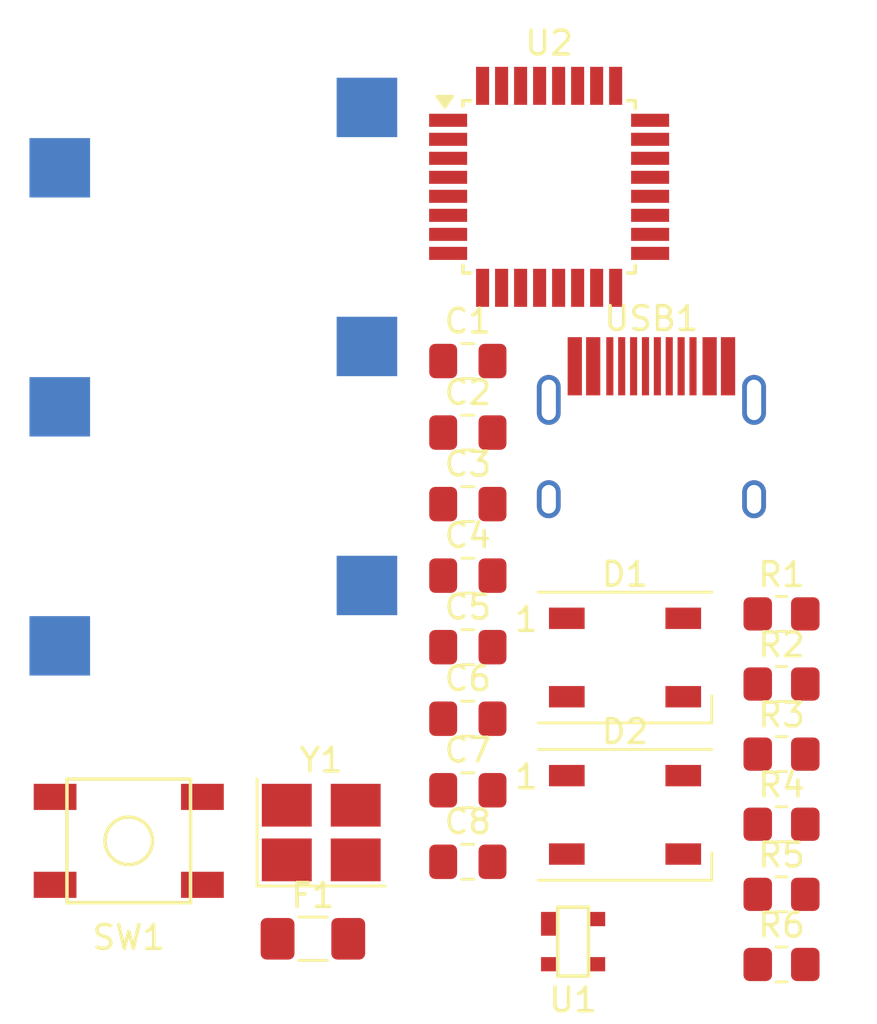
<source format=kicad_pcb>
(kicad_pcb (version 20240108) (generator "pcbnew") (generator_version "8.0")
  (layers (0 "F.Cu" signal) (31 "B.Cu" signal) (34 "B.Paste" user) (35 "F.Paste" user) (36 "B.SilkS" user "B.Silkscreen") (37 "F.SilkS" user "F.Silkscreen") (38 "B.Mask" user) (39 "F.Mask" user) (44 "Edge.Cuts" user))
  (net 0 "")
  (net 1 "+5V")
  (net 2 "GND")
  (net 3 "Net-(U2-UCAP)")
  (net 4 "XTAL1")
  (net 5 "XTAL2")
  (net 6 "Net-(D1-DOUT)")
  (net 7 "UNDERGLOWLED")
  (net 9 "VCC")
  (net 10 "COL0")
  (net 11 "COL1")
  (net 12 "COL2")
  (net 13 "D-")
  (net 14 "Net-(U2-D-)")
  (net 15 "Net-(U2-D+)")
  (net 16 "D+")
  (net 17 "Net-(U2-PC1{slash}~{RESET})")
  (net 18 "Net-(USB1-CC1)")
  (net 19 "Net-(USB1-CC2)")
  (net 20 "Net-(U2-~{HWB}{slash}PD7)")
  (footprint "Capacitor_SMD:C_0805_2012Metric_Pad1.18x1.45mm_HandSolder" (layer "F.Cu") (at 75.65 79.50875)
    (property "Reference" "C7" (at 0 -1.68 0) (layer "F.SilkS"))
    (property "Value" "0.1uF")
    (fp_line (start -0.261252 -0.735) (end 0.261252 -0.735) (stroke (width 0.12)) (layer "F.SilkS"))
    (fp_line (start -0.261252 0.735) (end 0.261252 0.735) (stroke (width 0.12)) (layer "F.SilkS"))
    (pad "1" smd roundrect (at -1.0375 0) (size 1.175 1.45) (layers "F.Cu" "F.Paste" "F.Mask") (roundrect_rratio 0.212766) (net 2 "GND"))
    (pad "2" smd roundrect (at 1.0375 0) (size 1.175 1.45) (layers "F.Cu" "F.Paste" "F.Mask") (roundrect_rratio 0.212766) (net 1 "+5V"))
  )
  (footprint "MX_Only:MXOnly-1U-Hotswap" (layer "F.Cu") (at 65.562 65.91465)
    (property "Reference" "MX2")
    (property "Value" "MX-NoLED")
    (pad "" np_thru_hole circle (at -5.08 0 48.0996) (size 1.75 1.75) (drill 1.75) (layers "*.Cu" "*.Mask"))
    (pad "" np_thru_hole circle (at -3.81 -2.54) (size 3 3) (drill 3) (layers "*.Cu" "*.Mask"))
    (pad "" np_thru_hole circle (at 0 0) (size 3.9878 3.9878) (drill 3.9878) (layers "*.Cu" "*.Mask"))
    (pad "" np_thru_hole circle (at 2.54 -5.08) (size 3 3) (drill 3) (layers "*.Cu" "*.Mask"))
    (pad "" np_thru_hole circle (at 5.08 0 48.0996) (size 1.75 1.75) (drill 1.75) (layers "*.Cu" "*.Mask"))
    (pad "1" smd rect (at -7.085 -2.54) (size 2.55 2.5) (layers "B.Cu" "B.Paste" "B.Mask") (net 11 "COL1"))
    (pad "2" smd rect (at 5.842 -5.08) (size 2.55 2.5) (layers "B.Cu" "B.Paste" "B.Mask") (net 2 "GND"))
  )
  (footprint "Resistor_SMD:R_0805_2012Metric_Pad1.20x1.40mm_HandSolder" (layer "F.Cu") (at 88.85 83.88875)
    (property "Reference" "R5" (at 0 -1.65 0) (layer "F.SilkS"))
    (property "Value" "5.1k")
    (fp_line (start -0.227064 -0.735) (end 0.227064 -0.735) (stroke (width 0.12)) (layer "F.SilkS"))
    (fp_line (start -0.227064 0.735) (end 0.227064 0.735) (stroke (width 0.12)) (layer "F.SilkS"))
    (pad "1" smd roundrect (at -1 0) (size 1.2 1.4) (layers "F.Cu" "F.Paste" "F.Mask") (roundrect_rratio 0.208333) (net 19 "Net-(USB1-CC2)"))
    (pad "2" smd roundrect (at 1 0) (size 1.2 1.4) (layers "F.Cu" "F.Paste" "F.Mask") (roundrect_rratio 0.208333) (net 2 "GND"))
  )
  (footprint "Fuse:Fuse_1206_3216Metric_Pad1.42x1.75mm_HandSolder" (layer "F.Cu") (at 69.13 85.75875)
    (property "Reference" "F1" (at 0 -1.82 0) (layer "F.SilkS"))
    (property "Value" "Polyfuse_Small")
    (fp_line (start -0.602064 -0.91) (end 0.602064 -0.91) (stroke (width 0.12)) (layer "F.SilkS"))
    (fp_line (start -0.602064 0.91) (end 0.602064 0.91) (stroke (width 0.12)) (layer "F.SilkS"))
    (pad "1" smd roundrect (at -1.4875 0) (size 1.425 1.75) (layers "F.Cu" "F.Paste" "F.Mask") (roundrect_rratio 0.175439) (net 9 "VCC"))
    (pad "2" smd roundrect (at 1.4875 0) (size 1.425 1.75) (layers "F.Cu" "F.Paste" "F.Mask") (roundrect_rratio 0.175439) (net 1 "+5V"))
  )
  (footprint "Resistor_SMD:R_0805_2012Metric_Pad1.20x1.40mm_HandSolder" (layer "F.Cu") (at 88.85 77.98875)
    (property "Reference" "R3" (at 0 -1.65 0) (layer "F.SilkS"))
    (property "Value" "10k")
    (fp_line (start -0.227064 -0.735) (end 0.227064 -0.735) (stroke (width 0.12)) (layer "F.SilkS"))
    (fp_line (start -0.227064 0.735) (end 0.227064 0.735) (stroke (width 0.12)) (layer "F.SilkS"))
    (pad "1" smd roundrect (at -1 0) (size 1.2 1.4) (layers "F.Cu" "F.Paste" "F.Mask") (roundrect_rratio 0.208333) (net 1 "+5V"))
    (pad "2" smd roundrect (at 1 0) (size 1.2 1.4) (layers "F.Cu" "F.Paste" "F.Mask") (roundrect_rratio 0.208333) (net 17 "Net-(U2-PC1{slash}~{RESET})"))
  )
  (footprint "Resistor_SMD:R_0805_2012Metric_Pad1.20x1.40mm_HandSolder" (layer "F.Cu") (at 88.85 75.03875)
    (property "Reference" "R2" (at 0 -1.65 0) (layer "F.SilkS"))
    (property "Value" "22")
    (fp_line (start -0.227064 -0.735) (end 0.227064 -0.735) (stroke (width 0.12)) (layer "F.SilkS"))
    (fp_line (start -0.227064 0.735) (end 0.227064 0.735) (stroke (width 0.12)) (layer "F.SilkS"))
    (pad "1" smd roundrect (at -1 0) (size 1.2 1.4) (layers "F.Cu" "F.Paste" "F.Mask") (roundrect_rratio 0.208333) (net 16 "D+"))
    (pad "2" smd roundrect (at 1 0) (size 1.2 1.4) (layers "F.Cu" "F.Paste" "F.Mask") (roundrect_rratio 0.208333) (net 15 "Net-(U2-D+)"))
  )
  (footprint "Crystal:Crystal_SMD_3225-4Pin_3.2x2.5mm_HandSoldering" (layer "F.Cu") (at 69.48 81.28875)
    (property "Reference" "Y1" (at 0 -3.05 0) (layer "F.SilkS"))
    (property "Value" "Crystal_GND24_Small")
    (fp_line (start -2.7 -2.25) (end -2.7 2.25) (stroke (width 0.12)) (layer "F.SilkS"))
    (fp_line (start -2.7 2.25) (end 2.7 2.25) (stroke (width 0.12)) (layer "F.SilkS"))
    (pad "1" smd rect (at -1.45 1.15) (size 2.1 1.8) (layers "F.Cu" "F.Paste" "F.Mask") (net 5 "XTAL2"))
    (pad "2" smd rect (at 1.45 1.15) (size 2.1 1.8) (layers "F.Cu" "F.Paste" "F.Mask") (net 2 "GND"))
    (pad "3" smd rect (at 1.45 -1.15) (size 2.1 1.8) (layers "F.Cu" "F.Paste" "F.Mask") (net 4 "XTAL1"))
    (pad "4" smd rect (at -1.45 -1.15) (size 2.1 1.8) (layers "F.Cu" "F.Paste" "F.Mask") (net 2 "GND"))
  )
  (footprint "Resistor_SMD:R_0805_2012Metric_Pad1.20x1.40mm_HandSolder" (layer "F.Cu") (at 88.85 72.08875)
    (property "Reference" "R1" (at 0 -1.65 0) (layer "F.SilkS"))
    (property "Value" "22")
    (fp_line (start -0.227064 -0.735) (end 0.227064 -0.735) (stroke (width 0.12)) (layer "F.SilkS"))
    (fp_line (start -0.227064 0.735) (end 0.227064 0.735) (stroke (width 0.12)) (layer "F.SilkS"))
    (pad "1" smd roundrect (at -1 0) (size 1.2 1.4) (layers "F.Cu" "F.Paste" "F.Mask") (roundrect_rratio 0.208333) (net 13 "D-"))
    (pad "2" smd roundrect (at 1 0) (size 1.2 1.4) (layers "F.Cu" "F.Paste" "F.Mask") (roundrect_rratio 0.208333) (net 14 "Net-(U2-D-)"))
  )
  (footprint "Capacitor_SMD:C_0805_2012Metric_Pad1.18x1.45mm_HandSolder" (layer "F.Cu") (at 75.65 64.45875)
    (property "Reference" "C2" (at 0 -1.68 0) (layer "F.SilkS"))
    (property "Value" "0.1uF")
    (fp_line (start -0.261252 -0.735) (end 0.261252 -0.735) (stroke (width 0.12)) (layer "F.SilkS"))
    (fp_line (start -0.261252 0.735) (end 0.261252 0.735) (stroke (width 0.12)) (layer "F.SilkS"))
    (pad "1" smd roundrect (at -1.0375 0) (size 1.175 1.45) (layers "F.Cu" "F.Paste" "F.Mask") (roundrect_rratio 0.212766) (net 1 "+5V"))
    (pad "2" smd roundrect (at 1.0375 0) (size 1.175 1.45) (layers "F.Cu" "F.Paste" "F.Mask") (roundrect_rratio 0.212766) (net 2 "GND"))
  )
  (footprint "Capacitor_SMD:C_0805_2012Metric_Pad1.18x1.45mm_HandSolder" (layer "F.Cu") (at 75.65 70.47875)
    (property "Reference" "C4" (at 0 -1.68 0) (layer "F.SilkS"))
    (property "Value" "10uF")
    (fp_line (start -0.261252 -0.735) (end 0.261252 -0.735) (stroke (width 0.12)) (layer "F.SilkS"))
    (fp_line (start -0.261252 0.735) (end 0.261252 0.735) (stroke (width 0.12)) (layer "F.SilkS"))
    (pad "1" smd roundrect (at -1.0375 0) (size 1.175 1.45) (layers "F.Cu" "F.Paste" "F.Mask") (roundrect_rratio 0.212766) (net 1 "+5V"))
    (pad "2" smd roundrect (at 1.0375 0) (size 1.175 1.45) (layers "F.Cu" "F.Paste" "F.Mask") (roundrect_rratio 0.212766) (net 2 "GND"))
  )
  (footprint "Capacitor_SMD:C_0805_2012Metric_Pad1.18x1.45mm_HandSolder" (layer "F.Cu") (at 75.65 61.44875)
    (property "Reference" "C1" (at 0 -1.68 0) (layer "F.SilkS"))
    (property "Value" "0.1uF")
    (fp_line (start -0.261252 -0.735) (end 0.261252 -0.735) (stroke (width 0.12)) (layer "F.SilkS"))
    (fp_line (start -0.261252 0.735) (end 0.261252 0.735) (stroke (width 0.12)) (layer "F.SilkS"))
    (pad "1" smd roundrect (at -1.0375 0) (size 1.175 1.45) (layers "F.Cu" "F.Paste" "F.Mask") (roundrect_rratio 0.212766) (net 1 "+5V"))
    (pad "2" smd roundrect (at 1.0375 0) (size 1.175 1.45) (layers "F.Cu" "F.Paste" "F.Mask") (roundrect_rratio 0.212766) (net 2 "GND"))
  )
  (footprint "random-keyboard-parts:SOT143B" (layer "F.Cu") (at 80.08 85.87875)
    (property "Reference" "U1" (at 0 2.45 0) (layer "F.SilkS"))
    (property "Value" "PRTR5V0U2X")
    (fp_line (start -0.65 -1.45) (end -0.65 1.45) (stroke (width 0.15)) (layer "F.SilkS"))
    (fp_line (start -0.65 1.45) (end 0.65 1.45) (stroke (width 0.15)) (layer "F.SilkS"))
    (fp_line (start 0.65 -1.45) (end -0.65 -1.45) (stroke (width 0.15)) (layer "F.SilkS"))
    (fp_line (start 0.65 -1.45) (end 0.65 1.45) (stroke (width 0.15)) (layer "F.SilkS"))
    (pad "1" smd rect (at -1 -0.75 270) (size 1 0.7) (layers "F.Cu" "F.Paste" "F.Mask") (net 2 "GND"))
    (pad "2" smd rect (at -1 0.95 270) (size 0.6 0.7) (layers "F.Cu" "F.Paste" "F.Mask") (net 16 "D+"))
    (pad "3" smd rect (at 1 0.95 270) (size 0.6 0.7) (layers "F.Cu" "F.Paste" "F.Mask") (net 13 "D-"))
    (pad "4" smd rect (at 1 -0.95 270) (size 0.6 0.7) (layers "F.Cu" "F.Paste" "F.Mask") (net 9 "VCC"))
  )
  (footprint "MX_Only:MXOnly-1U-Hotswap" (layer "F.Cu") (at 65.562 75.97205)
    (property "Reference" "MX3")
    (property "Value" "MX-NoLED")
    (pad "" np_thru_hole circle (at -5.08 0 48.0996) (size 1.75 1.75) (drill 1.75) (layers "*.Cu" "*.Mask"))
    (pad "" np_thru_hole circle (at -3.81 -2.54) (size 3 3) (drill 3) (layers "*.Cu" "*.Mask"))
    (pad "" np_thru_hole circle (at 0 0) (size 3.9878 3.9878) (drill 3.9878) (layers "*.Cu" "*.Mask"))
    (pad "" np_thru_hole circle (at 2.54 -5.08) (size 3 3) (drill 3) (layers "*.Cu" "*.Mask"))
    (pad "" np_thru_hole circle (at 5.08 0 48.0996) (size 1.75 1.75) (drill 1.75) (layers "*.Cu" "*.Mask"))
    (pad "1" smd rect (at -7.085 -2.54) (size 2.55 2.5) (layers "B.Cu" "B.Paste" "B.Mask") (net 12 "COL2"))
    (pad "2" smd rect (at 5.842 -5.08) (size 2.55 2.5) (layers "B.Cu" "B.Paste" "B.Mask") (net 2 "GND"))
  )
  (footprint "LED_SMD:LED_WS2812B_PLCC4_5.0x5.0mm_P3.2mm" (layer "F.Cu") (at 82.265 80.54375)
    (property "Reference" "D2" (at 0 -3.5 0) (layer "F.SilkS"))
    (property "Value" "WS2812B")
    (fp_line (start -3.65 -2.75) (end 3.65 -2.75) (stroke (width 0.12)) (layer "F.SilkS"))
    (fp_line (start -3.65 2.75) (end 3.65 2.75) (stroke (width 0.12)) (layer "F.SilkS"))
    (fp_line (start 3.65 2.75) (end 3.65 1.6) (stroke (width 0.12)) (layer "F.SilkS"))
    (fp_text user "1" (at -4.15 -1.6 0) (layer "F.SilkS"))
    (pad "1" smd rect (at -2.45 -1.65) (size 1.5 0.9) (layers "F.Cu" "F.Paste" "F.Mask") (net 1 "+5V"))
    (pad "2" smd rect (at -2.45 1.65) (size 1.5 0.9) (layers "F.Cu" "F.Paste" "F.Mask"))
    (pad "3" smd rect (at 2.45 1.65) (size 1.5 0.9) (layers "F.Cu" "F.Paste" "F.Mask") (net 2 "GND"))
    (pad "4" smd rect (at 2.45 -1.65) (size 1.5 0.9) (layers "F.Cu" "F.Paste" "F.Mask") (net 6 "Net-(D1-DOUT)"))
  )
  (footprint "random-keyboard-parts:SKQGADE010" (layer "F.Cu") (at 61.38 81.63875)
    (property "Reference" "SW1" (at 0 4.064 0) (layer "F.SilkS"))
    (property "Value" "SW_Push")
    (fp_line (start -2.6 -2.6) (end 2.6 -2.6) (stroke (width 0.15)) (layer "F.SilkS"))
    (fp_line (start -2.6 2.6) (end -2.6 -2.6) (stroke (width 0.15)) (layer "F.SilkS"))
    (fp_line (start 2.6 -2.6) (end 2.6 2.6) (stroke (width 0.15)) (layer "F.SilkS"))
    (fp_line (start 2.6 2.6) (end -2.6 2.6) (stroke (width 0.15)) (layer "F.SilkS"))
    (fp_circle (center 0 0) (end 1 0) (stroke (width 0.15)) (fill none) (layer "F.SilkS"))
    (pad "1" smd rect (at 3.1 1.85) (size 1.8 1.1) (layers "F.Cu" "F.Paste" "F.Mask") (net 2 "GND"))
    (pad "2" smd rect (at -3.1 -1.85) (size 1.8 1.1) (layers "F.Cu" "F.Paste" "F.Mask") (net 17 "Net-(U2-PC1{slash}~{RESET})"))
    (pad "3" smd rect (at 3.1 -1.85) (size 1.8 1.1) (layers "F.Cu" "F.Paste" "F.Mask"))
    (pad "4" smd rect (at -3.1 1.85) (size 1.8 1.1) (layers "F.Cu" "F.Paste" "F.Mask"))
  )
  (footprint "Resistor_SMD:R_0805_2012Metric_Pad1.20x1.40mm_HandSolder" (layer "F.Cu") (at 88.85 80.93875)
    (property "Reference" "R4" (at 0 -1.65 0) (layer "F.SilkS"))
    (property "Value" "5.1k")
    (fp_line (start -0.227064 -0.735) (end 0.227064 -0.735) (stroke (width 0.12)) (layer "F.SilkS"))
    (fp_line (start -0.227064 0.735) (end 0.227064 0.735) (stroke (width 0.12)) (layer "F.SilkS"))
    (pad "1" smd roundrect (at -1 0) (size 1.2 1.4) (layers "F.Cu" "F.Paste" "F.Mask") (roundrect_rratio 0.208333) (net 18 "Net-(USB1-CC1)"))
    (pad "2" smd roundrect (at 1 0) (size 1.2 1.4) (layers "F.Cu" "F.Paste" "F.Mask") (roundrect_rratio 0.208333) (net 2 "GND"))
  )
  (footprint "LED_SMD:LED_WS2812B_PLCC4_5.0x5.0mm_P3.2mm" (layer "F.Cu") (at 82.265 73.92375)
    (property "Reference" "D1" (at 0 -3.5 0) (layer "F.SilkS"))
    (property "Value" "WS2812B")
    (fp_line (start -3.65 -2.75) (end 3.65 -2.75) (stroke (width 0.12)) (layer "F.SilkS"))
    (fp_line (start -3.65 2.75) (end 3.65 2.75) (stroke (width 0.12)) (layer "F.SilkS"))
    (fp_line (start 3.65 2.75) (end 3.65 1.6) (stroke (width 0.12)) (layer "F.SilkS"))
    (fp_text user "1" (at -4.15 -1.6 0) (layer "F.SilkS"))
    (pad "1" smd rect (at -2.45 -1.65) (size 1.5 0.9) (layers "F.Cu" "F.Paste" "F.Mask") (net 1 "+5V"))
    (pad "2" smd rect (at -2.45 1.65) (size 1.5 0.9) (layers "F.Cu" "F.Paste" "F.Mask") (net 6 "Net-(D1-DOUT)"))
    (pad "3" smd rect (at 2.45 1.65) (size 1.5 0.9) (layers "F.Cu" "F.Paste" "F.Mask") (net 2 "GND"))
    (pad "4" smd rect (at 2.45 -1.65) (size 1.5 0.9) (layers "F.Cu" "F.Paste" "F.Mask") (net 7 "UNDERGLOWLED"))
  )
  (footprint "MX_Only:MXOnly-1U-Hotswap" (layer "F.Cu") (at 65.562 55.85725)
    (property "Reference" "MX1")
    (property "Value" "MX-NoLED")
    (pad "" np_thru_hole circle (at -5.08 0 48.0996) (size 1.75 1.75) (drill 1.75) (layers "*.Cu" "*.Mask"))
    (pad "" np_thru_hole circle (at -3.81 -2.54) (size 3 3) (drill 3) (layers "*.Cu" "*.Mask"))
    (pad "" np_thru_hole circle (at 0 0) (size 3.9878 3.9878) (drill 3.9878) (layers "*.Cu" "*.Mask"))
    (pad "" np_thru_hole circle (at 2.54 -5.08) (size 3 3) (drill 3) (layers "*.Cu" "*.Mask"))
    (pad "" np_thru_hole circle (at 5.08 0 48.0996) (size 1.75 1.75) (drill 1.75) (layers "*.Cu" "*.Mask"))
    (pad "1" smd rect (at -7.085 -2.54) (size 2.55 2.5) (layers "B.Cu" "B.Paste" "B.Mask") (net 10 "COL0"))
    (pad "2" smd rect (at 5.842 -5.08) (size 2.55 2.5) (layers "B.Cu" "B.Paste" "B.Mask") (net 2 "GND"))
  )
  (footprint "Resistor_SMD:R_0805_2012Metric_Pad1.20x1.40mm_HandSolder" (layer "F.Cu") (at 88.85 86.83875)
    (property "Reference" "R6" (at 0 -1.65 0) (layer "F.SilkS"))
    (property "Value" "10k")
    (fp_line (start -0.227064 -0.735) (end 0.227064 -0.735) (stroke (width 0.12)) (layer "F.SilkS"))
    (fp_line (start -0.227064 0.735) (end 0.227064 0.735) (stroke (width 0.12)) (layer "F.SilkS"))
    (pad "1" smd roundrect (at -1 0) (size 1.2 1.4) (layers "F.Cu" "F.Paste" "F.Mask") (roundrect_rratio 0.208333) (net 20 "Net-(U2-~{HWB}{slash}PD7)"))
    (pad "2" smd roundrect (at 1 0) (size 1.2 1.4) (layers "F.Cu" "F.Paste" "F.Mask") (roundrect_rratio 0.208333) (net 2 "GND"))
  )
  (footprint "Capacitor_SMD:C_0805_2012Metric_Pad1.18x1.45mm_HandSolder" (layer "F.Cu") (at 75.65 76.49875)
    (property "Reference" "C6" (at 0 -1.68 0) (layer "F.SilkS"))
    (property "Value" "14pF")
    (fp_line (start -0.261252 -0.735) (end 0.261252 -0.735) (stroke (width 0.12)) (layer "F.SilkS"))
    (fp_line (start -0.261252 0.735) (end 0.261252 0.735) (stroke (width 0.12)) (layer "F.SilkS"))
    (pad "1" smd roundrect (at -1.0375 0) (size 1.175 1.45) (layers "F.Cu" "F.Paste" "F.Mask") (roundrect_rratio 0.212766) (net 2 "GND"))
    (pad "2" smd roundrect (at 1.0375 0) (size 1.175 1.45) (layers "F.Cu" "F.Paste" "F.Mask") (roundrect_rratio 0.212766) (net 5 "XTAL2"))
  )
  (footprint "Package_QFP:TQFP-32_7x7mm_P0.8mm" (layer "F.Cu") (at 79.07 54.11875)
    (property "Reference" "U2" (at 0 -6.05 0) (layer "F.SilkS"))
    (property "Value" "ATmega32U2-A")
    (fp_line (start -3.625 -3.625) (end -3.625 -3.4) (stroke (width 0.15)) (layer "F.SilkS"))
    (fp_line (start -3.625 -3.625) (end -3.3 -3.625) (stroke (width 0.15)) (layer "F.SilkS"))
    (fp_line (start -3.625 3.625) (end -3.625 3.3) (stroke (width 0.15)) (layer "F.SilkS"))
    (fp_line (start -3.625 3.625) (end -3.3 3.625) (stroke (width 0.15)) (layer "F.SilkS"))
    (fp_line (start 3.625 -3.625) (end 3.3 -3.625) (stroke (width 0.15)) (layer "F.SilkS"))
    (fp_line (start 3.625 -3.625) (end 3.625 -3.3) (stroke (width 0.15)) (layer "F.SilkS"))
    (fp_line (start 3.625 3.625) (end 3.3 3.625) (stroke (width 0.15)) (layer "F.SilkS"))
    (fp_line (start 3.625 3.625) (end 3.625 3.3) (stroke (width 0.15)) (layer "F.SilkS"))
    (fp_poly (pts (xy -4.39 -3.34) (xy -4.73 -3.81) (xy -4.05 -3.81) (xy -4.39 -3.34)) (stroke (width 0.12)) (fill solid) (layer "F.SilkS"))
    (pad "1" smd rect (at -4.25 -2.8) (size 1.6 0.55) (layers "F.Cu" "F.Paste" "F.Mask") (net 4 "XTAL1"))
    (pad "2" smd rect (at -4.25 -2) (size 1.6 0.55) (layers "F.Cu" "F.Paste" "F.Mask") (net 5 "XTAL2"))
    (pad "3" smd rect (at -4.25 -1.2) (size 1.6 0.55) (layers "F.Cu" "F.Paste" "F.Mask") (net 2 "GND"))
    (pad "4" smd rect (at -4.25 -0.4) (size 1.6 0.55) (layers "F.Cu" "F.Paste" "F.Mask") (net 1 "+5V"))
    (pad "5" smd rect (at -4.25 0.4) (size 1.6 0.55) (layers "F.Cu" "F.Paste" "F.Mask"))
    (pad "6" smd rect (at -4.25 1.2) (size 1.6 0.55) (layers "F.Cu" "F.Paste" "F.Mask"))
    (pad "7" smd rect (at -4.25 2) (size 1.6 0.55) (layers "F.Cu" "F.Paste" "F.Mask"))
    (pad "8" smd rect (at -4.25 2.8) (size 1.6 0.55) (layers "F.Cu" "F.Paste" "F.Mask"))
    (pad "9" smd rect (at -2.8 4.25 90) (size 1.6 0.55) (layers "F.Cu" "F.Paste" "F.Mask"))
    (pad "10" smd rect (at -2 4.25 90) (size 1.6 0.55) (layers "F.Cu" "F.Paste" "F.Mask"))
    (pad "11" smd rect (at -1.2 4.25 90) (size 1.6 0.55) (layers "F.Cu" "F.Paste" "F.Mask"))
    (pad "12" smd rect (at -0.4 4.25 90) (size 1.6 0.55) (layers "F.Cu" "F.Paste" "F.Mask"))
    (pad "13" smd rect (at 0.4 4.25 90) (size 1.6 0.55) (layers "F.Cu" "F.Paste" "F.Mask") (net 20 "Net-(U2-~{HWB}{slash}PD7)"))
    (pad "14" smd rect (at 1.2 4.25 90) (size 1.6 0.55) (layers "F.Cu" "F.Paste" "F.Mask"))
    (pad "15" smd rect (at 2 4.25 90) (size 1.6 0.55) (layers "F.Cu" "F.Paste" "F.Mask"))
    (pad "16" smd rect (at 2.8 4.25 90) (size 1.6 0.55) (layers "F.Cu" "F.Paste" "F.Mask"))
    (pad "17" smd rect (at 4.25 2.8) (size 1.6 0.55) (layers "F.Cu" "F.Paste" "F.Mask") (net 7 "UNDERGLOWLED"))
    (pad "18" smd rect (at 4.25 2) (size 1.6 0.55) (layers "F.Cu" "F.Paste" "F.Mask"))
    (pad "19" smd rect (at 4.25 1.2) (size 1.6 0.55) (layers "F.Cu" "F.Paste" "F.Mask"))
    (pad "20" smd rect (at 4.25 0.4) (size 1.6 0.55) (layers "F.Cu" "F.Paste" "F.Mask"))
    (pad "21" smd rect (at 4.25 -0.4) (size 1.6 0.55) (layers "F.Cu" "F.Paste" "F.Mask") (net 12 "COL2"))
    (pad "22" smd rect (at 4.25 -1.2) (size 1.6 0.55) (layers "F.Cu" "F.Paste" "F.Mask") (net 11 "COL1"))
    (pad "23" smd rect (at 4.25 -2) (size 1.6 0.55) (layers "F.Cu" "F.Paste" "F.Mask") (net 10 "COL0"))
    (pad "24" smd rect (at 4.25 -2.8) (size 1.6 0.55) (layers "F.Cu" "F.Paste" "F.Mask") (net 17 "Net-(U2-PC1{slash}~{RESET})"))
    (pad "25" smd rect (at 2.8 -4.25 90) (size 1.6 0.55) (layers "F.Cu" "F.Paste" "F.Mask"))
    (pad "26" smd rect (at 2 -4.25 90) (size 1.6 0.55) (layers "F.Cu" "F.Paste" "F.Mask"))
    (pad "27" smd rect (at 1.2 -4.25 90) (size 1.6 0.55) (layers "F.Cu" "F.Paste" "F.Mask") (net 3 "Net-(U2-UCAP)"))
    (pad "28" smd rect (at 0.4 -4.25 90) (size 1.6 0.55) (layers "F.Cu" "F.Paste" "F.Mask") (net 2 "GND"))
    (pad "29" smd rect (at -0.4 -4.25 90) (size 1.6 0.55) (layers "F.Cu" "F.Paste" "F.Mask") (net 15 "Net-(U2-D+)"))
    (pad "30" smd rect (at -1.2 -4.25 90) (size 1.6 0.55) (layers "F.Cu" "F.Paste" "F.Mask") (net 14 "Net-(U2-D-)"))
    (pad "31" smd rect (at -2 -4.25 90) (size 1.6 0.55) (layers "F.Cu" "F.Paste" "F.Mask") (net 1 "+5V"))
    (pad "32" smd rect (at -2.8 -4.25 90) (size 1.6 0.55) (layers "F.Cu" "F.Paste" "F.Mask") (net 1 "+5V"))
  )
  (footprint "Capacitor_SMD:C_0805_2012Metric_Pad1.18x1.45mm_HandSolder" (layer "F.Cu") (at 75.65 67.46875)
    (property "Reference" "C3" (at 0 -1.68 0) (layer "F.SilkS"))
    (property "Value" "1uF")
    (fp_line (start -0.261252 -0.735) (end 0.261252 -0.735) (stroke (width 0.12)) (layer "F.SilkS"))
    (fp_line (start -0.261252 0.735) (end 0.261252 0.735) (stroke (width 0.12)) (layer "F.SilkS"))
    (pad "1" smd roundrect (at -1.0375 0) (size 1.175 1.45) (layers "F.Cu" "F.Paste" "F.Mask") (roundrect_rratio 0.212766) (net 2 "GND"))
    (pad "2" smd roundrect (at 1.0375 0) (size 1.175 1.45) (layers "F.Cu" "F.Paste" "F.Mask") (roundrect_rratio 0.212766) (net 3 "Net-(U2-UCAP)"))
  )
  (footprint "Capacitor_SMD:C_0805_2012Metric_Pad1.18x1.45mm_HandSolder" (layer "F.Cu") (at 75.65 82.51875)
    (property "Reference" "C8" (at 0 -1.68 0) (layer "F.SilkS"))
    (property "Value" "0.1uF")
    (fp_line (start -0.261252 -0.735) (end 0.261252 -0.735) (stroke (width 0.12)) (layer "F.SilkS"))
    (fp_line (start -0.261252 0.735) (end 0.261252 0.735) (stroke (width 0.12)) (layer "F.SilkS"))
    (pad "1" smd roundrect (at -1.0375 0) (size 1.175 1.45) (layers "F.Cu" "F.Paste" "F.Mask") (roundrect_rratio 0.212766) (net 2 "GND"))
    (pad "2" smd roundrect (at 1.0375 0) (size 1.175 1.45) (layers "F.Cu" "F.Paste" "F.Mask") (roundrect_rratio 0.212766) (net 1 "+5V"))
  )
  (footprint "Type-C:HRO-TYPE-C-31-M-12-HandSoldering" (layer "F.Cu") (at 83.375 69.86375)
    (property "Reference" "USB1" (at 0 -10.2 0) (layer "F.SilkS"))
    (property "Value" "HRO-TYPE-C-31-M-12")
    (pad "" np_thru_hole circle (at -2.89 -6.25) (size 0.65 0.65) (drill 0.65) (layers "*.Cu" "*.Mask"))
    (pad "" np_thru_hole circle (at 2.89 -6.25) (size 0.65 0.65) (drill 0.65) (layers "*.Cu" "*.Mask"))
    (pad "1" smd rect (at -3.225 -8.195) (size 0.6 2.45) (layers "F.Cu" "F.Paste" "F.Mask") (net 2 "GND"))
    (pad "2" smd rect (at -2.45 -8.195) (size 0.6 2.45) (layers "F.Cu" "F.Paste" "F.Mask") (net 9 "VCC"))
    (pad "3" smd rect (at -1.75 -8.195) (size 0.3 2.45) (layers "F.Cu" "F.Paste" "F.Mask"))
    (pad "4" smd rect (at -1.25 -8.195) (size 0.3 2.45) (layers "F.Cu" "F.Paste" "F.Mask") (net 18 "Net-(USB1-CC1)"))
    (pad "5" smd rect (at -0.75 -8.195) (size 0.3 2.45) (layers "F.Cu" "F.Paste" "F.Mask") (net 13 "D-"))
    (pad "6" smd rect (at -0.25 -8.195) (size 0.3 2.45) (layers "F.Cu" "F.Paste" "F.Mask") (net 16 "D+"))
    (pad "7" smd rect (at 0.25 -8.195) (size 0.3 2.45) (layers "F.Cu" "F.Paste" "F.Mask") (net 13 "D-"))
    (pad "8" smd rect (at 0.75 -8.195) (size 0.3 2.45) (layers "F.Cu" "F.Paste" "F.Mask") (net 16 "D+"))
    (pad "9" smd rect (at 1.25 -8.195) (size 0.3 2.45) (layers "F.Cu" "F.Paste" "F.Mask"))
    (pad "10" smd rect (at 1.75 -8.195) (size 0.3 2.45) (layers "F.Cu" "F.Paste" "F.Mask") (net 19 "Net-(USB1-CC2)"))
    (pad "11" smd rect (at 2.45 -8.195) (size 0.6 2.45) (layers "F.Cu" "F.Paste" "F.Mask") (net 9 "VCC"))
    (pad "12" smd rect (at 3.225 -8.195) (size 0.6 2.45) (layers "F.Cu" "F.Paste" "F.Mask") (net 2 "GND"))
    (pad "13" thru_hole oval (at -4.32 -6.78) (size 1 2.1) (drill oval 0.6 1.7) (layers "*.Cu" "B.Mask") (net 2 "GND"))
    (pad "13" thru_hole oval (at -4.32 -2.6) (size 1 1.6) (drill oval 0.6 1.2) (layers "*.Cu" "B.Mask") (net 2 "GND"))
    (pad "13" thru_hole oval (at 4.32 -6.78) (size 1 2.1) (drill oval 0.6 1.7) (layers "*.Cu" "B.Mask") (net 2 "GND"))
    (pad "13" thru_hole oval (at 4.32 -2.6) (size 1 1.6) (drill oval 0.6 1.2) (layers "*.Cu" "B.Mask") (net 2 "GND"))
  )
  (footprint "Capacitor_SMD:C_0805_2012Metric_Pad1.18x1.45mm_HandSolder" (layer "F.Cu") (at 75.65 73.48875)
    (property "Reference" "C5" (at 0 -1.68 0) (layer "F.SilkS"))
    (property "Value" "14pF")
    (fp_line (start -0.261252 -0.735) (end 0.261252 -0.735) (stroke (width 0.12)) (layer "F.SilkS"))
    (fp_line (start -0.261252 0.735) (end 0.261252 0.735) (stroke (width 0.12)) (layer "F.SilkS"))
    (pad "1" smd roundrect (at -1.0375 0) (size 1.175 1.45) (layers "F.Cu" "F.Paste" "F.Mask") (roundrect_rratio 0.212766) (net 2 "GND"))
    (pad "2" smd roundrect (at 1.0375 0) (size 1.175 1.45) (layers "F.Cu" "F.Paste" "F.Mask") (roundrect_rratio 0.212766) (net 4 "XTAL1"))
  )
)
</source>
